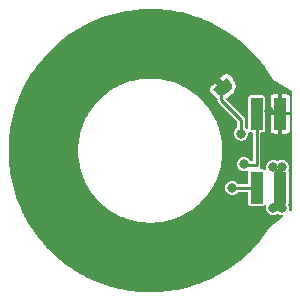
<source format=gbl>
G04 #@! TF.GenerationSoftware,KiCad,Pcbnew,7.0.9-7.0.9~ubuntu23.04.1*
G04 #@! TF.CreationDate,2024-01-08T21:35:08+00:00*
G04 #@! TF.ProjectId,pedalboard-led-ring,70656461-6c62-46f6-9172-642d6c65642d,1.1.0-RC1*
G04 #@! TF.SameCoordinates,Original*
G04 #@! TF.FileFunction,Copper,L2,Bot*
G04 #@! TF.FilePolarity,Positive*
%FSLAX46Y46*%
G04 Gerber Fmt 4.6, Leading zero omitted, Abs format (unit mm)*
G04 Created by KiCad (PCBNEW 7.0.9-7.0.9~ubuntu23.04.1) date 2024-01-08 21:35:08*
%MOMM*%
%LPD*%
G01*
G04 APERTURE LIST*
G04 #@! TA.AperFunction,SMDPad,CuDef*
%ADD10R,1.000000X2.750000*%
G04 #@! TD*
G04 #@! TA.AperFunction,ViaPad*
%ADD11C,0.800000*%
G04 #@! TD*
G04 #@! TA.AperFunction,Conductor*
%ADD12C,0.250000*%
G04 #@! TD*
G04 APERTURE END LIST*
G04 #@! TA.AperFunction,EtchedComponent*
G36*
X86190510Y-54198675D02*
G01*
X85730884Y-54584347D01*
X85409490Y-54201325D01*
X85869116Y-53815653D01*
X86190510Y-54198675D01*
G37*
G04 #@! TD.AperFunction*
D10*
X91000000Y-56875000D03*
X91000000Y-63125000D03*
X89000000Y-56875000D03*
X89000000Y-63125000D03*
G04 #@! TA.AperFunction,SMDPad,CuDef*
G36*
X86470952Y-53832816D02*
G01*
X86792345Y-54215838D01*
X86788447Y-54219109D01*
X86834186Y-54273619D01*
X86891245Y-54403996D01*
X86909260Y-54545165D01*
X86886774Y-54685693D01*
X86825608Y-54814192D01*
X86730717Y-54920254D01*
X86347695Y-55241648D01*
X86226766Y-55316680D01*
X86089598Y-55354603D01*
X85947300Y-55352345D01*
X85811404Y-55310090D01*
X85692916Y-55231258D01*
X85647177Y-55176749D01*
X85643279Y-55180020D01*
X85321885Y-54796997D01*
X86470952Y-53832816D01*
G37*
G04 #@! TD.AperFunction*
G04 #@! TA.AperFunction,SMDPad,CuDef*
G36*
X84811553Y-54180891D02*
G01*
X84765814Y-54126381D01*
X84708755Y-53996004D01*
X84690740Y-53854835D01*
X84713226Y-53714307D01*
X84774392Y-53585808D01*
X84869283Y-53479746D01*
X85252305Y-53158352D01*
X85373234Y-53083320D01*
X85510402Y-53045397D01*
X85652700Y-53047655D01*
X85788596Y-53089910D01*
X85907084Y-53168742D01*
X85952823Y-53223251D01*
X85956721Y-53219980D01*
X86278115Y-53603003D01*
X85129048Y-54567184D01*
X84807655Y-54184162D01*
X84811553Y-54180891D01*
G37*
G04 #@! TD.AperFunction*
D11*
X86950000Y-63150000D03*
X74000000Y-52000000D03*
X70071797Y-61196152D03*
X76071797Y-69196152D03*
X90079502Y-56650000D03*
X81196152Y-69928203D03*
X83928203Y-50803848D03*
X72000000Y-66000000D03*
X86000000Y-67940000D03*
X70803848Y-56071797D03*
X88000000Y-54000000D03*
X88260000Y-66020000D03*
X78803848Y-50071797D03*
X90400000Y-61400000D03*
X91150000Y-61400000D03*
X91150000Y-64850000D03*
X90400000Y-64850000D03*
X87698157Y-58551843D03*
X87910000Y-61150000D03*
D12*
X86950000Y-63150000D02*
X88975000Y-63150000D01*
X88975000Y-63150000D02*
X89000000Y-63125000D01*
X91000000Y-64250000D02*
X90400000Y-64850000D01*
X91000000Y-64700000D02*
X91150000Y-64850000D01*
X91100000Y-64900000D02*
X90400000Y-64900000D01*
X91000000Y-63125000D02*
X91000000Y-61550000D01*
X91000000Y-62000000D02*
X90400000Y-61400000D01*
X91000000Y-61550000D02*
X91150000Y-61400000D01*
X91000000Y-63125000D02*
X91000000Y-64700000D01*
X87698157Y-58551843D02*
X87698157Y-57398157D01*
X86017812Y-55717812D02*
X86017812Y-54697929D01*
X87698157Y-57398157D02*
X86017812Y-55717812D01*
X87910000Y-61200000D02*
X89000000Y-61200000D01*
X89000000Y-61200000D02*
X89000000Y-56875000D01*
G04 #@! TA.AperFunction,Conductor*
G36*
X80329649Y-48009493D02*
G01*
X80662213Y-48019071D01*
X80664833Y-48019216D01*
X80675246Y-48020070D01*
X81005442Y-48047150D01*
X81238041Y-48067291D01*
X81332588Y-48075478D01*
X81335048Y-48075753D01*
X81362018Y-48079454D01*
X81674614Y-48122351D01*
X81998793Y-48169345D01*
X82000963Y-48169711D01*
X82337916Y-48234840D01*
X82659622Y-48300569D01*
X82993785Y-48384289D01*
X83242335Y-48450175D01*
X83310959Y-48468367D01*
X83640167Y-48570216D01*
X83951871Y-48672373D01*
X84275077Y-48792036D01*
X84580336Y-48911942D01*
X84896588Y-49049073D01*
X85194372Y-49186318D01*
X85502695Y-49340497D01*
X85792081Y-49494649D01*
X86091562Y-49665423D01*
X86272868Y-49775845D01*
X86371594Y-49835973D01*
X86661270Y-50022791D01*
X86931081Y-50209214D01*
X87096830Y-50329392D01*
X87210114Y-50411530D01*
X87468769Y-50613188D01*
X87736340Y-50830405D01*
X87983000Y-51046649D01*
X88238290Y-51278097D01*
X88472187Y-51508267D01*
X88714388Y-51753200D01*
X88934767Y-51996579D01*
X89162393Y-52253382D01*
X89163894Y-52255158D01*
X89369367Y-52510153D01*
X89582406Y-52778676D01*
X89583896Y-52780653D01*
X89774842Y-53047735D01*
X89972367Y-53326692D01*
X89973827Y-53328874D01*
X90151262Y-53609948D01*
X90318589Y-53875902D01*
X90319695Y-53878485D01*
X90326181Y-53888064D01*
X90327828Y-53890667D01*
X90329664Y-53893781D01*
X90341737Y-53899152D01*
X91955276Y-54970893D01*
X91993287Y-55018837D01*
X91999500Y-55053357D01*
X91999500Y-64951943D01*
X91980593Y-65010134D01*
X91962049Y-65029485D01*
X91896850Y-65081237D01*
X91839517Y-65102605D01*
X91780574Y-65086193D01*
X91742535Y-65038270D01*
X91737148Y-64990776D01*
X91755682Y-64850000D01*
X91735044Y-64693238D01*
X91699884Y-64608356D01*
X91694252Y-64551157D01*
X91700500Y-64519748D01*
X91700500Y-61730252D01*
X91700499Y-61730250D01*
X91700499Y-61730244D01*
X91694252Y-61698841D01*
X91699884Y-61641643D01*
X91735044Y-61556762D01*
X91755682Y-61400000D01*
X91735044Y-61243238D01*
X91725689Y-61220652D01*
X91674537Y-61097161D01*
X91674537Y-61097160D01*
X91578286Y-60971723D01*
X91578285Y-60971722D01*
X91578282Y-60971718D01*
X91578277Y-60971714D01*
X91578276Y-60971713D01*
X91491350Y-60905013D01*
X91452841Y-60875464D01*
X91452840Y-60875463D01*
X91452838Y-60875462D01*
X91306766Y-60814957D01*
X91306758Y-60814955D01*
X91150001Y-60794318D01*
X91149999Y-60794318D01*
X90993241Y-60814955D01*
X90993236Y-60814957D01*
X90847164Y-60875462D01*
X90847159Y-60875464D01*
X90835264Y-60884590D01*
X90777591Y-60905013D01*
X90718925Y-60887635D01*
X90714758Y-60884608D01*
X90702841Y-60875464D01*
X90556762Y-60814956D01*
X90556759Y-60814955D01*
X90556758Y-60814955D01*
X90400001Y-60794318D01*
X90399999Y-60794318D01*
X90243241Y-60814955D01*
X90243233Y-60814957D01*
X90097161Y-60875462D01*
X90097160Y-60875462D01*
X89971723Y-60971713D01*
X89971713Y-60971723D01*
X89875462Y-61097160D01*
X89875462Y-61097161D01*
X89814957Y-61243233D01*
X89814955Y-61243241D01*
X89794318Y-61399999D01*
X89794318Y-61400000D01*
X89810105Y-61519919D01*
X89798955Y-61580080D01*
X89754572Y-61622197D01*
X89693910Y-61630183D01*
X89653838Y-61609100D01*
X89652659Y-61610865D01*
X89578233Y-61561134D01*
X89578231Y-61561133D01*
X89578228Y-61561132D01*
X89578227Y-61561132D01*
X89519758Y-61549501D01*
X89519748Y-61549500D01*
X89345544Y-61549500D01*
X89287353Y-61530593D01*
X89251389Y-61481093D01*
X89251389Y-61419907D01*
X89259800Y-61401012D01*
X89260385Y-61399999D01*
X89263318Y-61394918D01*
X89273221Y-61380775D01*
X89286238Y-61365263D01*
X89286237Y-61365263D01*
X89286240Y-61365261D01*
X89293173Y-61346211D01*
X89300459Y-61330588D01*
X89310588Y-61313045D01*
X89314104Y-61293096D01*
X89318572Y-61276426D01*
X89325500Y-61257394D01*
X89325500Y-61142606D01*
X89325500Y-58549500D01*
X89344407Y-58491309D01*
X89393907Y-58455345D01*
X89424500Y-58450500D01*
X89519747Y-58450500D01*
X89519748Y-58450500D01*
X89578231Y-58438867D01*
X89644552Y-58394552D01*
X89688867Y-58328231D01*
X89695519Y-58294791D01*
X90200001Y-58294791D01*
X90202909Y-58319874D01*
X90248213Y-58422477D01*
X90327522Y-58501786D01*
X90430127Y-58547090D01*
X90455203Y-58549999D01*
X90849998Y-58549999D01*
X90850000Y-58549998D01*
X91150000Y-58549998D01*
X91150001Y-58549999D01*
X91544790Y-58549999D01*
X91544791Y-58549998D01*
X91569874Y-58547090D01*
X91672477Y-58501786D01*
X91751786Y-58422477D01*
X91797090Y-58319872D01*
X91799999Y-58294797D01*
X91800000Y-58294795D01*
X91800000Y-57025001D01*
X91799999Y-57025000D01*
X91150001Y-57025000D01*
X91150000Y-57025001D01*
X91150000Y-58549998D01*
X90850000Y-58549998D01*
X90850000Y-57025001D01*
X90849999Y-57025000D01*
X90200002Y-57025000D01*
X90200001Y-57025001D01*
X90200001Y-58294791D01*
X89695519Y-58294791D01*
X89700500Y-58269748D01*
X89700500Y-56724999D01*
X90200000Y-56724999D01*
X90200001Y-56725000D01*
X90849999Y-56725000D01*
X90850000Y-56724999D01*
X91150000Y-56724999D01*
X91150001Y-56725000D01*
X91799998Y-56725000D01*
X91799999Y-56724999D01*
X91799999Y-55455210D01*
X91799998Y-55455208D01*
X91797090Y-55430125D01*
X91751786Y-55327522D01*
X91672477Y-55248213D01*
X91569872Y-55202909D01*
X91544797Y-55200000D01*
X91150001Y-55200000D01*
X91150000Y-55200001D01*
X91150000Y-56724999D01*
X90850000Y-56724999D01*
X90850000Y-55200001D01*
X90849999Y-55200000D01*
X90455210Y-55200000D01*
X90455207Y-55200001D01*
X90430125Y-55202909D01*
X90327522Y-55248213D01*
X90248213Y-55327522D01*
X90202909Y-55430127D01*
X90200000Y-55455202D01*
X90200000Y-56724999D01*
X89700500Y-56724999D01*
X89700500Y-55480252D01*
X89688867Y-55421769D01*
X89644552Y-55355448D01*
X89644548Y-55355445D01*
X89578233Y-55311134D01*
X89578231Y-55311133D01*
X89578228Y-55311132D01*
X89578227Y-55311132D01*
X89519758Y-55299501D01*
X89519748Y-55299500D01*
X88480252Y-55299500D01*
X88480251Y-55299500D01*
X88480241Y-55299501D01*
X88421772Y-55311132D01*
X88421766Y-55311134D01*
X88355451Y-55355445D01*
X88355445Y-55355451D01*
X88311134Y-55421766D01*
X88311132Y-55421772D01*
X88299501Y-55480241D01*
X88299500Y-55480253D01*
X88299500Y-58057614D01*
X88280593Y-58115805D01*
X88231093Y-58151769D01*
X88169907Y-58151769D01*
X88130496Y-58127618D01*
X88126437Y-58123559D01*
X88062389Y-58074413D01*
X88027734Y-58023988D01*
X88023657Y-57995871D01*
X88023657Y-57414530D01*
X88023844Y-57410229D01*
X88027421Y-57369350D01*
X88016797Y-57329705D01*
X88015867Y-57325505D01*
X88008745Y-57285112D01*
X88007997Y-57283816D01*
X87998099Y-57259924D01*
X87997711Y-57258473D01*
X87997709Y-57258470D01*
X87997708Y-57258468D01*
X87974182Y-57224869D01*
X87971860Y-57221225D01*
X87951350Y-57185700D01*
X87927181Y-57165421D01*
X87919922Y-57159330D01*
X87916745Y-57156418D01*
X86448354Y-55688028D01*
X86420577Y-55633511D01*
X86430148Y-55573079D01*
X86466161Y-55533902D01*
X86512176Y-55505352D01*
X86578830Y-55449423D01*
X86583623Y-55444064D01*
X86593761Y-55434241D01*
X86877653Y-55196027D01*
X86889092Y-55187745D01*
X86895200Y-55183957D01*
X86961853Y-55128028D01*
X87057720Y-55020875D01*
X87105918Y-54948430D01*
X87167713Y-54818609D01*
X87193549Y-54735523D01*
X87197230Y-54712524D01*
X87216265Y-54593563D01*
X87216266Y-54593556D01*
X87216267Y-54593551D01*
X87217647Y-54506545D01*
X87199445Y-54363924D01*
X87176260Y-54280061D01*
X87170905Y-54267826D01*
X87141146Y-54199826D01*
X87118615Y-54148343D01*
X87118613Y-54148340D01*
X87118612Y-54148337D01*
X87072739Y-54074406D01*
X87072734Y-54074400D01*
X87064878Y-54065038D01*
X87026528Y-54019334D01*
X86990627Y-53976549D01*
X86705140Y-53636317D01*
X86686009Y-53615546D01*
X86686010Y-53615546D01*
X86677747Y-53609948D01*
X86592996Y-53552529D01*
X86592995Y-53552528D01*
X86592993Y-53552527D01*
X86483507Y-53527369D01*
X86483500Y-53527369D01*
X86372314Y-53543461D01*
X86274450Y-53598630D01*
X85940990Y-53878435D01*
X85929561Y-53886711D01*
X85923457Y-53890499D01*
X85923440Y-53890511D01*
X85856795Y-53946433D01*
X85851990Y-53951803D01*
X85841854Y-53961620D01*
X85557972Y-54199826D01*
X85546541Y-54208105D01*
X85540424Y-54211901D01*
X85540416Y-54211907D01*
X85473774Y-54267826D01*
X85468972Y-54273193D01*
X85458835Y-54283011D01*
X85212867Y-54489404D01*
X85125382Y-54562813D01*
X85112920Y-54574291D01*
X85104617Y-54581939D01*
X85104608Y-54581949D01*
X85041598Y-54674951D01*
X85041596Y-54674955D01*
X85016438Y-54784441D01*
X85016438Y-54784448D01*
X85023392Y-54832500D01*
X85032530Y-54895633D01*
X85057313Y-54939596D01*
X85087702Y-54993503D01*
X85354226Y-55311134D01*
X85362885Y-55321453D01*
X85455305Y-55431594D01*
X85455308Y-55431596D01*
X85455312Y-55431601D01*
X85520148Y-55489608D01*
X85520150Y-55489609D01*
X85520152Y-55489611D01*
X85586721Y-55533900D01*
X85639860Y-55569254D01*
X85642126Y-55570538D01*
X85642648Y-55571108D01*
X85642802Y-55571211D01*
X85642776Y-55571249D01*
X85683429Y-55615679D01*
X85692312Y-55656667D01*
X85692312Y-55701437D01*
X85692124Y-55705739D01*
X85689241Y-55738694D01*
X85688548Y-55746618D01*
X85699166Y-55786248D01*
X85700101Y-55790464D01*
X85707223Y-55830857D01*
X85707976Y-55832160D01*
X85717866Y-55856036D01*
X85718255Y-55857491D01*
X85718258Y-55857496D01*
X85741783Y-55891093D01*
X85744104Y-55894736D01*
X85764618Y-55930267D01*
X85796036Y-55956630D01*
X85799222Y-55959549D01*
X87343661Y-57503987D01*
X87371438Y-57558504D01*
X87372657Y-57573991D01*
X87372657Y-57995871D01*
X87353750Y-58054062D01*
X87333925Y-58074413D01*
X87269875Y-58123560D01*
X87173619Y-58249003D01*
X87173619Y-58249004D01*
X87113114Y-58395076D01*
X87113112Y-58395084D01*
X87092475Y-58551842D01*
X87092475Y-58551843D01*
X87113112Y-58708601D01*
X87113114Y-58708609D01*
X87173619Y-58854681D01*
X87173619Y-58854682D01*
X87269870Y-58980119D01*
X87269875Y-58980125D01*
X87395316Y-59076379D01*
X87395317Y-59076379D01*
X87395318Y-59076380D01*
X87541390Y-59136885D01*
X87541395Y-59136887D01*
X87658966Y-59152365D01*
X87698156Y-59157525D01*
X87698157Y-59157525D01*
X87698158Y-59157525D01*
X87729509Y-59153397D01*
X87854919Y-59136887D01*
X88000998Y-59076379D01*
X88126439Y-58980125D01*
X88222693Y-58854684D01*
X88283201Y-58708605D01*
X88303839Y-58551843D01*
X88303427Y-58548717D01*
X88303839Y-58546496D01*
X88303839Y-58545354D01*
X88304051Y-58545354D01*
X88314572Y-58488559D01*
X88358950Y-58446438D01*
X88419612Y-58438446D01*
X88420894Y-58438693D01*
X88480241Y-58450498D01*
X88480246Y-58450498D01*
X88480252Y-58450500D01*
X88575500Y-58450500D01*
X88633691Y-58469407D01*
X88669655Y-58518907D01*
X88674500Y-58549500D01*
X88674500Y-60775500D01*
X88655593Y-60833691D01*
X88606093Y-60869655D01*
X88575500Y-60874500D01*
X88504336Y-60874500D01*
X88446145Y-60855593D01*
X88425796Y-60835769D01*
X88338282Y-60721718D01*
X88338277Y-60721714D01*
X88338276Y-60721713D01*
X88212838Y-60625462D01*
X88066766Y-60564957D01*
X88066758Y-60564955D01*
X87910001Y-60544318D01*
X87909999Y-60544318D01*
X87753241Y-60564955D01*
X87753233Y-60564957D01*
X87607161Y-60625462D01*
X87607160Y-60625462D01*
X87481723Y-60721713D01*
X87481713Y-60721723D01*
X87385462Y-60847160D01*
X87385462Y-60847161D01*
X87324957Y-60993233D01*
X87324955Y-60993241D01*
X87304318Y-61149999D01*
X87304318Y-61150000D01*
X87324955Y-61306758D01*
X87324957Y-61306766D01*
X87385462Y-61452838D01*
X87385462Y-61452839D01*
X87465205Y-61556762D01*
X87481718Y-61578282D01*
X87607159Y-61674536D01*
X87607160Y-61674536D01*
X87607161Y-61674537D01*
X87753233Y-61735042D01*
X87753238Y-61735044D01*
X87870809Y-61750522D01*
X87909999Y-61755682D01*
X87910000Y-61755682D01*
X87910001Y-61755682D01*
X87941352Y-61751554D01*
X88066762Y-61735044D01*
X88162616Y-61695339D01*
X88223611Y-61690539D01*
X88275780Y-61722508D01*
X88299195Y-61779036D01*
X88299500Y-61786804D01*
X88299500Y-62725500D01*
X88280593Y-62783691D01*
X88231093Y-62819655D01*
X88200500Y-62824500D01*
X87505970Y-62824500D01*
X87447779Y-62805593D01*
X87427428Y-62785767D01*
X87378285Y-62721722D01*
X87378282Y-62721718D01*
X87378277Y-62721714D01*
X87378276Y-62721713D01*
X87252838Y-62625462D01*
X87106766Y-62564957D01*
X87106758Y-62564955D01*
X86950001Y-62544318D01*
X86949999Y-62544318D01*
X86793241Y-62564955D01*
X86793233Y-62564957D01*
X86647161Y-62625462D01*
X86647160Y-62625462D01*
X86521723Y-62721713D01*
X86521713Y-62721723D01*
X86425462Y-62847160D01*
X86425462Y-62847161D01*
X86364957Y-62993233D01*
X86364955Y-62993241D01*
X86344318Y-63149999D01*
X86344318Y-63150000D01*
X86364955Y-63306758D01*
X86364957Y-63306766D01*
X86425462Y-63452838D01*
X86425462Y-63452839D01*
X86495341Y-63543907D01*
X86521718Y-63578282D01*
X86521722Y-63578285D01*
X86521723Y-63578286D01*
X86551082Y-63600813D01*
X86647159Y-63674536D01*
X86793238Y-63735044D01*
X86910809Y-63750522D01*
X86949999Y-63755682D01*
X86950000Y-63755682D01*
X86950001Y-63755682D01*
X86981352Y-63751554D01*
X87106762Y-63735044D01*
X87252841Y-63674536D01*
X87378282Y-63578282D01*
X87427428Y-63514232D01*
X87477852Y-63479577D01*
X87505970Y-63475500D01*
X88200500Y-63475500D01*
X88258691Y-63494407D01*
X88294655Y-63543907D01*
X88299500Y-63574500D01*
X88299500Y-64519746D01*
X88299501Y-64519758D01*
X88311132Y-64578227D01*
X88311134Y-64578233D01*
X88355445Y-64644548D01*
X88355448Y-64644552D01*
X88421769Y-64688867D01*
X88466231Y-64697711D01*
X88480241Y-64700498D01*
X88480246Y-64700498D01*
X88480252Y-64700500D01*
X88480253Y-64700500D01*
X89519747Y-64700500D01*
X89519748Y-64700500D01*
X89578231Y-64688867D01*
X89644552Y-64644552D01*
X89644552Y-64644551D01*
X89652659Y-64639135D01*
X89653937Y-64641048D01*
X89696454Y-64619379D01*
X89756887Y-64628943D01*
X89800156Y-64672203D01*
X89810105Y-64730080D01*
X89794318Y-64849999D01*
X89794318Y-64850000D01*
X89814955Y-65006758D01*
X89814957Y-65006766D01*
X89875462Y-65152838D01*
X89875462Y-65152839D01*
X89875464Y-65152841D01*
X89971718Y-65278282D01*
X90097159Y-65374536D01*
X90243238Y-65435044D01*
X90360809Y-65450522D01*
X90399999Y-65455682D01*
X90400000Y-65455682D01*
X90400001Y-65455682D01*
X90431352Y-65451554D01*
X90556762Y-65435044D01*
X90702841Y-65374536D01*
X90714731Y-65365411D01*
X90772407Y-65344987D01*
X90831073Y-65362363D01*
X90835258Y-65365404D01*
X90847159Y-65374536D01*
X90993238Y-65435044D01*
X91150000Y-65455682D01*
X91150001Y-65455681D01*
X91154416Y-65456263D01*
X91209641Y-65482604D01*
X91238836Y-65536374D01*
X91230850Y-65597036D01*
X91203044Y-65631957D01*
X90080960Y-66522629D01*
X90067922Y-66528784D01*
X90063854Y-66535047D01*
X90062594Y-66536763D01*
X90060955Y-66539392D01*
X89887469Y-66790921D01*
X89679996Y-67090680D01*
X89678428Y-67092822D01*
X89471795Y-67359588D01*
X89260750Y-67629321D01*
X89259164Y-67631245D01*
X89035156Y-67889602D01*
X88811582Y-68143261D01*
X88809999Y-68144975D01*
X88570765Y-68391907D01*
X88333161Y-68631638D01*
X88079128Y-68866388D01*
X87828605Y-69091193D01*
X87561555Y-69311919D01*
X87298785Y-69521315D01*
X87019615Y-69727205D01*
X86745382Y-69920643D01*
X86455091Y-70110915D01*
X86170145Y-70287908D01*
X85869730Y-70461892D01*
X85574965Y-70621896D01*
X85265397Y-70779023D01*
X84961718Y-70921546D01*
X84644051Y-71061290D01*
X84332399Y-71185876D01*
X84007658Y-71307803D01*
X83688948Y-71414053D01*
X83358308Y-71517752D01*
X83033390Y-71605330D01*
X82698061Y-71690474D01*
X82367644Y-71759098D01*
X82030221Y-71825181D01*
X82027921Y-71825576D01*
X81693408Y-71874857D01*
X81354695Y-71921947D01*
X81352218Y-71922228D01*
X81011097Y-71952243D01*
X80674786Y-71980182D01*
X80672136Y-71980331D01*
X80307475Y-71991002D01*
X80001401Y-71999461D01*
X79998619Y-71999459D01*
X79316373Y-71979969D01*
X79313550Y-71979808D01*
X78765173Y-71932708D01*
X78629748Y-71920859D01*
X78627017Y-71920544D01*
X78158630Y-71853200D01*
X77945296Y-71821950D01*
X77942640Y-71821487D01*
X77512394Y-71734309D01*
X77267690Y-71683780D01*
X77265116Y-71683177D01*
X76858829Y-71576384D01*
X76599189Y-71506812D01*
X76596704Y-71506076D01*
X76208485Y-71379937D01*
X75942009Y-71291636D01*
X75939620Y-71290775D01*
X75566908Y-71145667D01*
X75298325Y-71038965D01*
X75296037Y-71037989D01*
X75082841Y-70940627D01*
X74937606Y-70874301D01*
X74670265Y-70749637D01*
X74668098Y-70748561D01*
X74323640Y-70566810D01*
X74282773Y-70544775D01*
X74059888Y-70424596D01*
X74057891Y-70423456D01*
X73789982Y-70261901D01*
X73727386Y-70224154D01*
X73469352Y-70064996D01*
X73467398Y-70063726D01*
X73151161Y-69847489D01*
X72900473Y-69671955D01*
X72898638Y-69670606D01*
X72597123Y-69438103D01*
X72355193Y-69246809D01*
X72353479Y-69245390D01*
X72067160Y-68997294D01*
X71834520Y-68790262D01*
X71563143Y-68526527D01*
X71341847Y-68305231D01*
X71193192Y-68143261D01*
X71086889Y-68027436D01*
X70877931Y-67792631D01*
X70639994Y-67501648D01*
X70444310Y-67254164D01*
X70223955Y-66950871D01*
X70042453Y-66691659D01*
X69840200Y-66376949D01*
X69673660Y-66106945D01*
X69490066Y-65781844D01*
X69399648Y-65614154D01*
X69339159Y-65501969D01*
X69306253Y-65435042D01*
X69174684Y-65167444D01*
X69040078Y-64878779D01*
X68895166Y-64535877D01*
X68777376Y-64239380D01*
X68754584Y-64175501D01*
X68652430Y-63889197D01*
X68551945Y-63585948D01*
X68543582Y-63557468D01*
X68447291Y-63229530D01*
X68364529Y-62920658D01*
X68280456Y-62559117D01*
X68215738Y-62245686D01*
X68209407Y-62209105D01*
X68152476Y-61880130D01*
X68144883Y-61828286D01*
X68106071Y-61563324D01*
X68063796Y-61194888D01*
X68046155Y-60993241D01*
X68035877Y-60875776D01*
X68014711Y-60505621D01*
X68005393Y-60185346D01*
X68005393Y-60000000D01*
X73894548Y-60000000D01*
X73901815Y-60180342D01*
X73902474Y-60196682D01*
X73902474Y-60245717D01*
X73906420Y-60294603D01*
X73914346Y-60491285D01*
X73914346Y-60491291D01*
X73914347Y-60491296D01*
X73938070Y-60686674D01*
X73942019Y-60735580D01*
X73942019Y-60735581D01*
X73949887Y-60783992D01*
X73973611Y-60979379D01*
X74012985Y-61172247D01*
X74020851Y-61220647D01*
X74032587Y-61268263D01*
X74034252Y-61276419D01*
X74071959Y-61461122D01*
X74071962Y-61461134D01*
X74126726Y-61650203D01*
X74138462Y-61697816D01*
X74153990Y-61744329D01*
X74177513Y-61825539D01*
X74208756Y-61933401D01*
X74208759Y-61933410D01*
X74208760Y-61933412D01*
X74278549Y-62117432D01*
X74294087Y-62163970D01*
X74294087Y-62163971D01*
X74313317Y-62209105D01*
X74383106Y-62393124D01*
X74383110Y-62393133D01*
X74432892Y-62498047D01*
X74467486Y-62570953D01*
X74486717Y-62616088D01*
X74509513Y-62659523D01*
X74593892Y-62837347D01*
X74692298Y-63007792D01*
X74715104Y-63051244D01*
X74741325Y-63092710D01*
X74811630Y-63214480D01*
X74839733Y-63263155D01*
X74839736Y-63263159D01*
X74839737Y-63263161D01*
X74951532Y-63425124D01*
X74977759Y-63466598D01*
X74977767Y-63466610D01*
X75007230Y-63505817D01*
X75119041Y-63667803D01*
X75151901Y-63708049D01*
X75243523Y-63820266D01*
X75272992Y-63859482D01*
X75292162Y-63881120D01*
X75305518Y-63896197D01*
X75430001Y-64048661D01*
X75566359Y-64190625D01*
X75598877Y-64227330D01*
X75634250Y-64261307D01*
X75770602Y-64403264D01*
X75917921Y-64533778D01*
X75953310Y-64567769D01*
X75991304Y-64598789D01*
X76074171Y-64672203D01*
X76138634Y-64729313D01*
X76138634Y-64729312D01*
X76295981Y-64847551D01*
X76298981Y-64850000D01*
X76333985Y-64878580D01*
X76333988Y-64878582D01*
X76374358Y-64906447D01*
X76403702Y-64928498D01*
X76531704Y-65024686D01*
X76698058Y-65129882D01*
X76738435Y-65157752D01*
X76780916Y-65182278D01*
X76947274Y-65287477D01*
X77121564Y-65378951D01*
X77164038Y-65403474D01*
X77208356Y-65424503D01*
X77228436Y-65435042D01*
X77382632Y-65515970D01*
X77382631Y-65515970D01*
X77382637Y-65515972D01*
X77382638Y-65515973D01*
X77563717Y-65593123D01*
X77608033Y-65614152D01*
X77653903Y-65631548D01*
X77834977Y-65708697D01*
X77834981Y-65708698D01*
X77834982Y-65708699D01*
X77892391Y-65727864D01*
X78021697Y-65771033D01*
X78067541Y-65788420D01*
X78080332Y-65792125D01*
X78114653Y-65802067D01*
X78301349Y-65864395D01*
X78301350Y-65864395D01*
X78301353Y-65864395D01*
X78301357Y-65864397D01*
X78492471Y-65911502D01*
X78519988Y-65919473D01*
X78539584Y-65925150D01*
X78561493Y-65929622D01*
X78587649Y-65934962D01*
X78778753Y-65982065D01*
X78778755Y-65982065D01*
X78778758Y-65982066D01*
X78778757Y-65982066D01*
X78817338Y-65988335D01*
X78973054Y-66013641D01*
X79021094Y-66023450D01*
X79069777Y-66029360D01*
X79189161Y-66048762D01*
X79264071Y-66060937D01*
X79315638Y-66065099D01*
X79460270Y-66076775D01*
X79508955Y-66082687D01*
X79557952Y-66084660D01*
X79754158Y-66100500D01*
X79754163Y-66100500D01*
X79950967Y-66100500D01*
X80000000Y-66102476D01*
X80049033Y-66100500D01*
X80245837Y-66100500D01*
X80245842Y-66100500D01*
X80442050Y-66084660D01*
X80491045Y-66082687D01*
X80539732Y-66076774D01*
X80683022Y-66065207D01*
X80735929Y-66060937D01*
X80819819Y-66047302D01*
X80930212Y-66029362D01*
X80978906Y-66023450D01*
X81026959Y-66013639D01*
X81221247Y-65982065D01*
X81412360Y-65934959D01*
X81441483Y-65929014D01*
X81460416Y-65925150D01*
X81475649Y-65920737D01*
X81507515Y-65911505D01*
X81698643Y-65864397D01*
X81698646Y-65864395D01*
X81698650Y-65864395D01*
X81698651Y-65864395D01*
X81763570Y-65842721D01*
X81885369Y-65802058D01*
X81895469Y-65799134D01*
X81932448Y-65788424D01*
X81932459Y-65788420D01*
X81978308Y-65771031D01*
X82107444Y-65727919D01*
X82165018Y-65708699D01*
X82165018Y-65708698D01*
X82165023Y-65708697D01*
X82346113Y-65631541D01*
X82381359Y-65618174D01*
X82391968Y-65614152D01*
X82407583Y-65606742D01*
X82436278Y-65593125D01*
X82617362Y-65515973D01*
X82617362Y-65515972D01*
X82617369Y-65515970D01*
X82617368Y-65515970D01*
X82791657Y-65424496D01*
X82835962Y-65403474D01*
X82878424Y-65378957D01*
X83052726Y-65287477D01*
X83219100Y-65182267D01*
X83261565Y-65157752D01*
X83301942Y-65129882D01*
X83378867Y-65081237D01*
X83468292Y-65024688D01*
X83468294Y-65024686D01*
X83468301Y-65024682D01*
X83513426Y-64990772D01*
X83625653Y-64906438D01*
X83663227Y-64880503D01*
X83666018Y-64878578D01*
X83701020Y-64849999D01*
X83704002Y-64847562D01*
X83861365Y-64729313D01*
X83861366Y-64729312D01*
X83861366Y-64729313D01*
X83902085Y-64693238D01*
X84008698Y-64598786D01*
X84035563Y-64576854D01*
X84046686Y-64567773D01*
X84046685Y-64567773D01*
X84046690Y-64567769D01*
X84082053Y-64533800D01*
X84229395Y-64403267D01*
X84229397Y-64403265D01*
X84229398Y-64403265D01*
X84322042Y-64306810D01*
X84365755Y-64261300D01*
X84394500Y-64233692D01*
X84401118Y-64227336D01*
X84411053Y-64216120D01*
X84433625Y-64190640D01*
X84569996Y-64048664D01*
X84569995Y-64048664D01*
X84569999Y-64048661D01*
X84694481Y-63896197D01*
X84727009Y-63859481D01*
X84727009Y-63859482D01*
X84737098Y-63846053D01*
X84756470Y-63820273D01*
X84880959Y-63667803D01*
X84992771Y-63505813D01*
X85022239Y-63466601D01*
X85048455Y-63425141D01*
X85160263Y-63263161D01*
X85160269Y-63263153D01*
X85189939Y-63211760D01*
X85258681Y-63092696D01*
X85275394Y-63066268D01*
X85284901Y-63051236D01*
X85307701Y-63007792D01*
X85358021Y-62920635D01*
X85406109Y-62837345D01*
X85407422Y-62834579D01*
X85431568Y-62783691D01*
X85490498Y-62659498D01*
X85513284Y-62616086D01*
X85513286Y-62616082D01*
X85513286Y-62616083D01*
X85532513Y-62570953D01*
X85616890Y-62393133D01*
X85686689Y-62209087D01*
X85705914Y-62163968D01*
X85721438Y-62117461D01*
X85768850Y-61992450D01*
X85791245Y-61933401D01*
X85808802Y-61872780D01*
X85846013Y-61744313D01*
X85861538Y-61697815D01*
X85873266Y-61650227D01*
X85928039Y-61461130D01*
X85928039Y-61461126D01*
X85928041Y-61461122D01*
X85928041Y-61461123D01*
X85943088Y-61387413D01*
X85967415Y-61268250D01*
X85979148Y-61220652D01*
X85987013Y-61172253D01*
X86026388Y-60979383D01*
X86050115Y-60783969D01*
X86057982Y-60735572D01*
X86061929Y-60686674D01*
X86085654Y-60491285D01*
X86093580Y-60294602D01*
X86097526Y-60245722D01*
X86098183Y-60180358D01*
X86105452Y-60000000D01*
X86098183Y-59819643D01*
X86097526Y-59754277D01*
X86097205Y-59750313D01*
X86093580Y-59705395D01*
X86085654Y-59508715D01*
X86061928Y-59313317D01*
X86057983Y-59264430D01*
X86053737Y-59238313D01*
X86050113Y-59216009D01*
X86026388Y-59020617D01*
X85987012Y-58827740D01*
X85979148Y-58779350D01*
X85967416Y-58731753D01*
X85930688Y-58551845D01*
X85928041Y-58538877D01*
X85928041Y-58538878D01*
X85928040Y-58538877D01*
X85922256Y-58518907D01*
X85873272Y-58349795D01*
X85861537Y-58302184D01*
X85861536Y-58302178D01*
X85861536Y-58302177D01*
X85846009Y-58255670D01*
X85791245Y-58066599D01*
X85721449Y-57882566D01*
X85705916Y-57836037D01*
X85705916Y-57836036D01*
X85701033Y-57824577D01*
X85686689Y-57790911D01*
X85642475Y-57674329D01*
X85616894Y-57606875D01*
X85616893Y-57606875D01*
X85616890Y-57606867D01*
X85532513Y-57429046D01*
X85513281Y-57383907D01*
X85513281Y-57383908D01*
X85490486Y-57340476D01*
X85406109Y-57162655D01*
X85403387Y-57157941D01*
X85326634Y-57025001D01*
X85307701Y-56992207D01*
X85284899Y-56948762D01*
X85258673Y-56907289D01*
X85160267Y-56736845D01*
X85048462Y-56574867D01*
X85030831Y-56546986D01*
X85022244Y-56533406D01*
X85022236Y-56533396D01*
X84992765Y-56494176D01*
X84880961Y-56332200D01*
X84756476Y-56179733D01*
X84727008Y-56140518D01*
X84706455Y-56117319D01*
X84694481Y-56103802D01*
X84569999Y-55951339D01*
X84433640Y-55809374D01*
X84401123Y-55772670D01*
X84401120Y-55772667D01*
X84365751Y-55738694D01*
X84365750Y-55738693D01*
X84229398Y-55596736D01*
X84226559Y-55594221D01*
X84082073Y-55466217D01*
X84079887Y-55464117D01*
X84046690Y-55432231D01*
X84008678Y-55401194D01*
X83918668Y-55321453D01*
X83861366Y-55270687D01*
X83861366Y-55270688D01*
X83861365Y-55270687D01*
X83750983Y-55187740D01*
X83704018Y-55152448D01*
X83674106Y-55128026D01*
X83666015Y-55121420D01*
X83625637Y-55093549D01*
X83526213Y-55018837D01*
X83468292Y-54975312D01*
X83468289Y-54975310D01*
X83468290Y-54975310D01*
X83301940Y-54870117D01*
X83261570Y-54842251D01*
X83219079Y-54817718D01*
X83089094Y-54735521D01*
X83052726Y-54712523D01*
X83052722Y-54712520D01*
X83052719Y-54712519D01*
X83052718Y-54712518D01*
X82878445Y-54621053D01*
X82862263Y-54611710D01*
X82835962Y-54596526D01*
X82835952Y-54596521D01*
X82835950Y-54596520D01*
X82791641Y-54575495D01*
X82617369Y-54484030D01*
X82617368Y-54484030D01*
X82617362Y-54484027D01*
X82436285Y-54406877D01*
X82417574Y-54397999D01*
X82391968Y-54385848D01*
X82391969Y-54385849D01*
X82391967Y-54385848D01*
X82346096Y-54368451D01*
X82308582Y-54352468D01*
X82165023Y-54291303D01*
X82165017Y-54291301D01*
X82165010Y-54291298D01*
X82165011Y-54291298D01*
X81978315Y-54228971D01*
X81932466Y-54211582D01*
X81932467Y-54211582D01*
X81885347Y-54197933D01*
X81698647Y-54135604D01*
X81507540Y-54088500D01*
X81460422Y-54074852D01*
X81460420Y-54074851D01*
X81460418Y-54074851D01*
X81412351Y-54065038D01*
X81360157Y-54052173D01*
X81221247Y-54017935D01*
X81221244Y-54017934D01*
X81221243Y-54017934D01*
X81026965Y-53986361D01*
X80978902Y-53976549D01*
X80930210Y-53970637D01*
X80735926Y-53939063D01*
X80539745Y-53923226D01*
X80491056Y-53917314D01*
X80491051Y-53917313D01*
X80491045Y-53917313D01*
X80469087Y-53916428D01*
X80442027Y-53915337D01*
X80328818Y-53906198D01*
X80245842Y-53899500D01*
X80049010Y-53899500D01*
X80000000Y-53897525D01*
X79950990Y-53899500D01*
X79754158Y-53899500D01*
X79680491Y-53905447D01*
X79557972Y-53915337D01*
X79531067Y-53916421D01*
X79508955Y-53917313D01*
X79508947Y-53917313D01*
X79508945Y-53917314D01*
X79508946Y-53917314D01*
X79460254Y-53923226D01*
X79264074Y-53939063D01*
X79069789Y-53970637D01*
X79021100Y-53976549D01*
X79021096Y-53976549D01*
X79021094Y-53976550D01*
X79005795Y-53979673D01*
X78973034Y-53986361D01*
X78778757Y-54017934D01*
X78778755Y-54017934D01*
X78778753Y-54017935D01*
X78755092Y-54023767D01*
X78587648Y-54065038D01*
X78558058Y-54071078D01*
X78539582Y-54074851D01*
X78539579Y-54074851D01*
X78539578Y-54074852D01*
X78492459Y-54088500D01*
X78301353Y-54135604D01*
X78114652Y-54197933D01*
X78067538Y-54211581D01*
X78021683Y-54228971D01*
X77834978Y-54291302D01*
X77834979Y-54291302D01*
X77653897Y-54368454D01*
X77608036Y-54385847D01*
X77608035Y-54385847D01*
X77563714Y-54406877D01*
X77461031Y-54450626D01*
X77382638Y-54484027D01*
X77382632Y-54484030D01*
X77382631Y-54484030D01*
X77208358Y-54575494D01*
X77164032Y-54596529D01*
X77164031Y-54596530D01*
X77121555Y-54621053D01*
X77029106Y-54669574D01*
X76947274Y-54712523D01*
X76947272Y-54712524D01*
X76780921Y-54817718D01*
X76738440Y-54842245D01*
X76738441Y-54842244D01*
X76698058Y-54870117D01*
X76531710Y-54975310D01*
X76531711Y-54975310D01*
X76374362Y-55093549D01*
X76333978Y-55121425D01*
X76333979Y-55121425D01*
X76295981Y-55152448D01*
X76138634Y-55270687D01*
X75991317Y-55401199D01*
X75953313Y-55432228D01*
X75917924Y-55466219D01*
X75873749Y-55505355D01*
X75773441Y-55594221D01*
X75770602Y-55596736D01*
X75634249Y-55738694D01*
X75598882Y-55772664D01*
X75566359Y-55809374D01*
X75502110Y-55876264D01*
X75430004Y-55951336D01*
X75429996Y-55951346D01*
X75429995Y-55951346D01*
X75305518Y-56103802D01*
X75272993Y-56140516D01*
X75243523Y-56179733D01*
X75162084Y-56279477D01*
X75119041Y-56332197D01*
X75021145Y-56474023D01*
X75007235Y-56494176D01*
X74977761Y-56533399D01*
X74977757Y-56533406D01*
X74951538Y-56574867D01*
X74839733Y-56736845D01*
X74820357Y-56770406D01*
X74741326Y-56907289D01*
X74715101Y-56948762D01*
X74692298Y-56992207D01*
X74593892Y-57162653D01*
X74509513Y-57340476D01*
X74495127Y-57367886D01*
X74486716Y-57383914D01*
X74486715Y-57383917D01*
X74467486Y-57429046D01*
X74383110Y-57606865D01*
X74313317Y-57790894D01*
X74313317Y-57790895D01*
X74294086Y-57836032D01*
X74286726Y-57858076D01*
X74278550Y-57882566D01*
X74208758Y-58066593D01*
X74208758Y-58066592D01*
X74153990Y-58255670D01*
X74138462Y-58302184D01*
X74126726Y-58349796D01*
X74077743Y-58518907D01*
X74071961Y-58538870D01*
X74071670Y-58540294D01*
X74032587Y-58731736D01*
X74020852Y-58779348D01*
X74020851Y-58779355D01*
X74020851Y-58779354D01*
X74012985Y-58827752D01*
X73973611Y-59020621D01*
X73949887Y-59216006D01*
X73942019Y-59264421D01*
X73938070Y-59313325D01*
X73914347Y-59508705D01*
X73914346Y-59508715D01*
X73914327Y-59509194D01*
X73906420Y-59705395D01*
X73902475Y-59754277D01*
X73902474Y-59754284D01*
X73902474Y-59803317D01*
X73894548Y-60000000D01*
X68005393Y-60000000D01*
X68005393Y-59814653D01*
X68005723Y-59803317D01*
X68014710Y-59494396D01*
X68035877Y-59124226D01*
X68063794Y-58805129D01*
X68106073Y-58436657D01*
X68152475Y-58119876D01*
X68215743Y-57754286D01*
X68280451Y-57440904D01*
X68364526Y-57079354D01*
X68447288Y-56770477D01*
X68551946Y-56414046D01*
X68579067Y-56332201D01*
X68652417Y-56110839D01*
X68777381Y-55760604D01*
X68895153Y-55464152D01*
X69040076Y-55121225D01*
X69174670Y-54832583D01*
X69339166Y-54498015D01*
X69490040Y-54218201D01*
X69673662Y-53893049D01*
X69840192Y-53623063D01*
X70025104Y-53335336D01*
X70042453Y-53308340D01*
X70223955Y-53049128D01*
X70224967Y-53047735D01*
X70444324Y-52745815D01*
X70639964Y-52498388D01*
X70877933Y-52207365D01*
X71086848Y-51972608D01*
X71341858Y-51694756D01*
X71563107Y-51473507D01*
X71834529Y-51209728D01*
X72067142Y-51002721D01*
X72353515Y-50754577D01*
X72355156Y-50753218D01*
X72597052Y-50561951D01*
X72898699Y-50329346D01*
X72900417Y-50328083D01*
X73151160Y-50152511D01*
X73467439Y-49936245D01*
X73469312Y-49935027D01*
X73727324Y-49775882D01*
X74057973Y-49576494D01*
X74059824Y-49575437D01*
X74323593Y-49433214D01*
X74668141Y-49251415D01*
X74670215Y-49250385D01*
X74937554Y-49125722D01*
X75296045Y-48962005D01*
X75298292Y-48961047D01*
X75566780Y-48854382D01*
X75939627Y-48709219D01*
X75941972Y-48708375D01*
X76208399Y-48620090D01*
X76596709Y-48493920D01*
X76599181Y-48493188D01*
X76858728Y-48423642D01*
X77265150Y-48316812D01*
X77267679Y-48316220D01*
X77512217Y-48265726D01*
X77942681Y-48178503D01*
X77945291Y-48178048D01*
X78158486Y-48146820D01*
X78627068Y-48079448D01*
X78629721Y-48079142D01*
X78764585Y-48067341D01*
X79313562Y-48020190D01*
X79316373Y-48020030D01*
X79696071Y-48009182D01*
X79998635Y-48000538D01*
X80001357Y-48000537D01*
X80329649Y-48009493D01*
G37*
G04 #@! TD.AperFunction*
M02*

</source>
